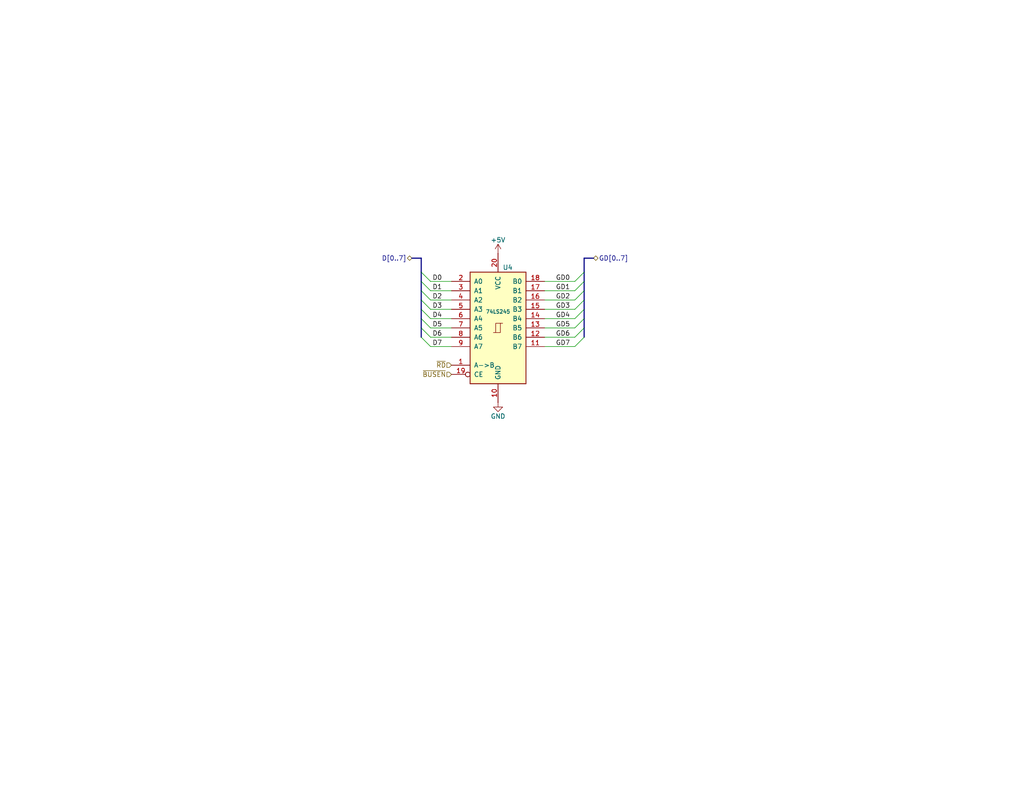
<source format=kicad_sch>
(kicad_sch (version 20250114) (generator "eeschema") (generator_version "9.0")
  (paper "USLetter")
  (title_block (title "Sorcerer Dream Disk") (date "2023-12-16") (rev "1.0") (company "Marcel Erz (RetroStack), John Halkiadakis, Michael Borthwick (Exidyboy)") (comment 2 "Data Bus Transceiver driven by Address Decoder") (comment 4 "Data Bus"))
  (lib_symbols
    (symbol "+5V_5" (power) (pin_numbers (hide yes)) (pin_names (offset 0) (hide yes))
      (property "Value" "+5V" (at 0 3.556 0))
      (symbol "+5V_5_0_1"
        (polyline (pts (xy -0.762 1.27) (xy 0 2.54)))
        (polyline (pts (xy 0 2.54) (xy 0.762 1.27)))
        (polyline (pts (xy 0 0) (xy 0 2.54)))
      )
      (symbol "+5V_5_1_1"
        (pin power_in line (at 0 0 90) (length 0) (name "~") (number "1"))
      )
    )
    (symbol "74xx:74LS245" (pin_names (offset 1.016))
      (property "Reference" "U" (at -7.62 16.51 0))
      (property "Value" "74LS245" (at -7.62 -16.51 0))
      (symbol "74LS245_1_0"
        (polyline (pts (xy -1.27 -1.27) (xy 0.635 -1.27) (xy 0.635 1.27) (xy 1.27 1.27)))
        (polyline (pts (xy -0.635 -1.27) (xy -0.635 1.27) (xy 0.635 1.27)))
        (pin tri_state line (at -12.7 12.7 0) (length 5.08) (name "A0") (number "2"))
        (pin tri_state line (at -12.7 10.16 0) (length 5.08) (name "A1") (number "3"))
        (pin tri_state line (at -12.7 7.62 0) (length 5.08) (name "A2") (number "4"))
        (pin tri_state line (at -12.7 5.08 0) (length 5.08) (name "A3") (number "5"))
        (pin tri_state line (at -12.7 2.54 0) (length 5.08) (name "A4") (number "6"))
        (pin tri_state line (at -12.7 0 0) (length 5.08) (name "A5") (number "7"))
        (pin tri_state line (at -12.7 -2.54 0) (length 5.08) (name "A6") (number "8"))
        (pin tri_state line (at -12.7 -5.08 0) (length 5.08) (name "A7") (number "9"))
        (pin input line (at -12.7 -10.16 0) (length 5.08) (name "A->B") (number "1"))
        (pin input inverted (at -12.7 -12.7 0) (length 5.08) (name "CE") (number "19"))
        (pin power_in line (at 0 20.32 270) (length 5.08) (name "VCC") (number "20"))
        (pin power_in line (at 0 -20.32 90) (length 5.08) (name "GND") (number "10"))
        (pin tri_state line (at 12.7 12.7 180) (length 5.08) (name "B0") (number "18"))
        (pin tri_state line (at 12.7 10.16 180) (length 5.08) (name "B1") (number "17"))
        (pin tri_state line (at 12.7 7.62 180) (length 5.08) (name "B2") (number "16"))
        (pin tri_state line (at 12.7 5.08 180) (length 5.08) (name "B3") (number "15"))
        (pin tri_state line (at 12.7 2.54 180) (length 5.08) (name "B4") (number "14"))
        (pin tri_state line (at 12.7 0 180) (length 5.08) (name "B5") (number "13"))
        (pin tri_state line (at 12.7 -2.54 180) (length 5.08) (name "B6") (number "12"))
        (pin tri_state line (at 12.7 -5.08 180) (length 5.08) (name "B7") (number "11"))
      )
      (symbol "74LS245_1_1"
        (rectangle (start -7.62 15.24) (end 7.62 -15.24) (stroke (width 0.254)) (fill (type background)))
      )
    )
    (symbol "GND_1" (power) (pin_numbers (hide yes)) (pin_names (offset 0) (hide yes))
      (property "Value" "GND" (at 0 -3.81 0))
      (symbol "GND_1_0_1"
        (polyline (pts (xy 0 0) (xy 0 -1.27) (xy 1.27 -1.27) (xy 0 -2.54) (xy -1.27 -1.27) (xy 0 -1.27)))
      )
      (symbol "GND_1_1_1"
        (pin power_in line (at 0 0 270) (length 0) (name "~") (number "1"))
      )
    )
  )
  (bus_entry (at 159.385 76.835) (size -2.54 2.54))
  (bus_entry (at 159.385 92.075) (size -2.54 2.54))
  (bus_entry (at 114.935 92.075) (size 2.54 2.54))
  (bus_entry (at 114.935 81.915) (size 2.54 2.54))
  (bus_entry (at 159.385 79.375) (size -2.54 2.54))
  (bus_entry (at 114.935 84.455) (size 2.54 2.54))
  (bus_entry (at 159.385 84.455) (size -2.54 2.54))
  (bus_entry (at 159.385 89.535) (size -2.54 2.54))
  (bus_entry (at 114.935 89.535) (size 2.54 2.54))
  (bus_entry (at 159.385 81.915) (size -2.54 2.54))
  (bus_entry (at 114.935 76.835) (size 2.54 2.54))
  (bus_entry (at 159.385 74.295) (size -2.54 2.54))
  (bus_entry (at 114.935 79.375) (size 2.54 2.54))
  (bus_entry (at 114.935 86.995) (size 2.54 2.54))
  (bus_entry (at 114.935 74.295) (size 2.54 2.54))
  (bus_entry (at 159.385 86.995) (size -2.54 2.54))
  (wire (pts (xy 148.59 84.455) (xy 156.845 84.455)))
  (bus (pts (xy 159.385 86.995) (xy 159.385 89.535)))
  (wire (pts (xy 117.475 84.455) (xy 123.19 84.455)))
  (wire (pts (xy 117.475 76.835) (xy 123.19 76.835)))
  (wire (pts (xy 148.59 79.375) (xy 156.845 79.375)))
  (bus (pts (xy 114.935 86.995) (xy 114.935 89.535)))
  (bus (pts (xy 114.935 76.835) (xy 114.935 79.375)))
  (bus (pts (xy 161.925 70.485) (xy 159.385 70.485)))
  (bus (pts (xy 114.935 70.485) (xy 114.935 74.295)))
  (bus (pts (xy 114.935 89.535) (xy 114.935 92.075)))
  (wire (pts (xy 117.475 86.995) (xy 123.19 86.995)))
  (bus (pts (xy 159.385 84.455) (xy 159.385 86.995)))
  (wire (pts (xy 117.475 79.375) (xy 123.19 79.375)))
  (bus (pts (xy 159.385 81.915) (xy 159.385 84.455)))
  (bus (pts (xy 114.935 81.915) (xy 114.935 84.455)))
  (bus (pts (xy 114.935 84.455) (xy 114.935 86.995)))
  (bus (pts (xy 159.385 76.835) (xy 159.385 79.375)))
  (bus (pts (xy 159.385 70.485) (xy 159.385 74.295)))
  (bus (pts (xy 112.395 70.485) (xy 114.935 70.485)))
  (wire (pts (xy 148.59 94.615) (xy 156.845 94.615)))
  (wire (pts (xy 148.59 92.075) (xy 156.845 92.075)))
  (wire (pts (xy 148.59 81.915) (xy 156.845 81.915)))
  (bus (pts (xy 114.935 74.295) (xy 114.935 76.835)))
  (wire (pts (xy 117.475 92.075) (xy 123.19 92.075)))
  (wire (pts (xy 117.475 89.535) (xy 123.19 89.535)))
  (wire (pts (xy 148.59 86.995) (xy 156.845 86.995)))
  (wire (pts (xy 117.475 94.615) (xy 123.19 94.615)))
  (bus (pts (xy 159.385 89.535) (xy 159.385 92.075)))
  (bus (pts (xy 114.935 79.375) (xy 114.935 81.915)))
  (wire (pts (xy 148.59 76.835) (xy 156.845 76.835)))
  (bus (pts (xy 159.385 74.295) (xy 159.385 76.835)))
  (wire (pts (xy 117.475 81.915) (xy 123.19 81.915)))
  (bus (pts (xy 159.385 79.375) (xy 159.385 81.915)))
  (wire (pts (xy 148.59 89.535) (xy 156.845 89.535)))
  (label "GD5" (at 155.575 89.535 180))
  (label "D7" (at 120.65 94.615 180))
  (label "GD7" (at 155.575 94.615 180))
  (label "D6" (at 120.65 92.075 180))
  (label "D2" (at 120.65 81.915 180))
  (label "GD3" (at 155.575 84.455 180))
  (label "D5" (at 120.65 89.535 180))
  (label "D1" (at 120.65 79.375 180))
  (label "D3" (at 120.65 84.455 180))
  (label "GD6" (at 155.575 92.075 180))
  (label "GD0" (at 155.575 76.835 180))
  (label "GD4" (at 155.575 86.995 180))
  (label "D0" (at 120.65 76.835 180))
  (label "GD2" (at 155.575 81.915 180))
  (label "D4" (at 120.65 86.995 180))
  (label "GD1" (at 155.575 79.375 180))
  (hierarchical_label "~{RD}" (shape input) (at 123.19 99.695 180))
  (hierarchical_label "GD[0..7]" (shape tri_state) (at 161.925 70.485 0))
  (hierarchical_label "~{BUSEN}" (shape input) (at 123.19 102.235 180))
  (hierarchical_label "D[0..7]" (shape tri_state) (at 112.395 70.485 180))
  (symbol (lib_name "+5V_5") (lib_id "power:+5V") (at 135.89 69.215 0) (unit 1)
    (property "Reference" "#PWR049" (effects (hide yes)))
    (property "Value" "+5V" (at 135.89 65.532 0))
    (property "Description" "Power symbol creates a global label with name \"+5V\"" (effects (hide yes)))
  )
  (symbol (lib_id "74xx:74LS245") (at 135.89 89.535 0) (unit 1)
    (property "Reference" "U4" (at 137.16 73.025 0) (effects (justify left)))
    (property "Value" "74LS245" (at 135.89 85.09 0) (effects (font (size 1 1))))
    (property "Footprint" "Package_DIP:DIP-20_W7.62mm" (effects (hide yes)))
    (property "Datasheet" "http://www.ti.com/lit/gpn/sn74LS245" (effects (hide yes)))
  )
  (symbol (lib_name "GND_1") (lib_id "power:GND") (at 135.89 109.855 0) (unit 1)
    (property "Reference" "#PWR020" (effects (hide yes)))
    (property "Value" "GND" (at 135.89 113.665 0))
    (property "Description" "Power symbol creates a global label with name \"GND\" , ground" (effects (hide yes)))
  )
)
</source>
